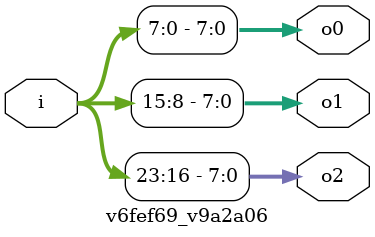
<source format=v>
module v6fef69_v9a2a06 (
 input [23:0] i,
 output [7:0] o2,
 output [7:0] o1,
 output [7:0] o0
);
 assign o2 = i[23:16];
 assign o1 = i[15:8];
 assign o0 = i[7:0];
endmodule
</source>
